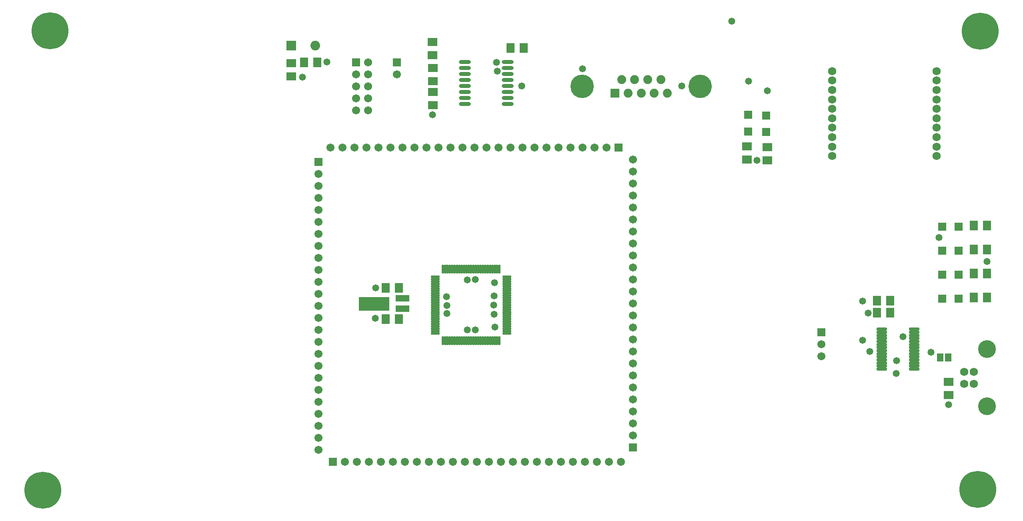
<source format=gts>
%FSLAX25Y25*%
%MOIN*%
G70*
G01*
G75*
G04 Layer_Color=8388736*
%ADD10R,0.06299X0.06299*%
%ADD11R,0.06299X0.07087*%
%ADD12R,0.07087X0.06299*%
%ADD13O,0.08268X0.01772*%
%ADD14R,0.04921X0.05709*%
%ADD15O,0.06890X0.01181*%
%ADD16O,0.01181X0.06890*%
%ADD17O,0.09055X0.02362*%
%ADD18R,0.06299X0.06299*%
%ADD19R,0.25000X0.11000*%
%ADD20R,0.11000X0.05000*%
%ADD21C,0.01000*%
%ADD22R,0.07284X0.07284*%
%ADD23C,0.07284*%
%ADD24R,0.05906X0.05906*%
%ADD25C,0.05906*%
%ADD26R,0.05906X0.05906*%
%ADD27C,0.18740*%
%ADD28R,0.06654X0.06654*%
%ADD29C,0.06654*%
%ADD30C,0.14000*%
%ADD31C,0.06000*%
%ADD32C,0.05000*%
%ADD33C,0.30000*%
%ADD34C,0.00984*%
%ADD35C,0.02362*%
%ADD36C,0.00787*%
%ADD37C,0.00500*%
%ADD38C,0.00591*%
%ADD39C,0.03000*%
%ADD40C,0.00800*%
%ADD41R,0.02165X0.05512*%
%ADD42R,0.05512X0.02165*%
%ADD43R,0.07099X0.07099*%
%ADD44R,0.07099X0.07887*%
%ADD45R,0.07887X0.07099*%
%ADD46O,0.09068X0.02572*%
%ADD47R,0.05721X0.06509*%
%ADD48O,0.07690X0.01981*%
%ADD49O,0.01981X0.07690*%
%ADD50O,0.09855X0.03162*%
%ADD51R,0.07099X0.07099*%
%ADD52R,0.25800X0.11800*%
%ADD53R,0.11800X0.05800*%
%ADD54R,0.08083X0.08083*%
%ADD55C,0.08083*%
%ADD56R,0.06706X0.06706*%
%ADD57C,0.06706*%
%ADD58R,0.06706X0.06706*%
%ADD59C,0.19540*%
%ADD60R,0.07453X0.07453*%
%ADD61C,0.07453*%
%ADD62C,0.14800*%
%ADD63C,0.06800*%
%ADD64C,0.05800*%
%ADD65C,0.30800*%
D43*
X1116220Y817150D02*
D03*
X1130000D02*
D03*
X1116220Y777150D02*
D03*
X1130000D02*
D03*
X1116220Y797150D02*
D03*
X1130000D02*
D03*
Y837150D02*
D03*
X1116220D02*
D03*
D44*
X1073012Y775500D02*
D03*
X1061988D02*
D03*
X1142488Y798000D02*
D03*
X1153512D02*
D03*
X663512Y786000D02*
D03*
X652488D02*
D03*
X663512Y760000D02*
D03*
X652488D02*
D03*
X1061988Y765500D02*
D03*
X1073012D02*
D03*
X767512Y986000D02*
D03*
X756488D02*
D03*
X584488Y974000D02*
D03*
X595512D02*
D03*
X1142488Y818000D02*
D03*
X1153512D02*
D03*
X1142488Y838000D02*
D03*
X1153512D02*
D03*
Y778000D02*
D03*
X1142488D02*
D03*
D45*
X953500Y904012D02*
D03*
Y892988D02*
D03*
X970500Y903512D02*
D03*
Y892488D02*
D03*
X1121700Y707912D02*
D03*
Y696888D02*
D03*
X691500Y991012D02*
D03*
Y979988D02*
D03*
X692000Y969512D02*
D03*
Y958488D02*
D03*
Y938488D02*
D03*
Y949512D02*
D03*
X574000Y962488D02*
D03*
Y973512D02*
D03*
D46*
X1065917Y751634D02*
D03*
Y749075D02*
D03*
Y746516D02*
D03*
Y743957D02*
D03*
Y741398D02*
D03*
Y738839D02*
D03*
Y736279D02*
D03*
Y733720D02*
D03*
Y731161D02*
D03*
Y728602D02*
D03*
Y726043D02*
D03*
Y723484D02*
D03*
Y720925D02*
D03*
Y718366D02*
D03*
X1093083Y751634D02*
D03*
Y749075D02*
D03*
Y746516D02*
D03*
Y743957D02*
D03*
Y741398D02*
D03*
Y738839D02*
D03*
Y736279D02*
D03*
Y733720D02*
D03*
Y731161D02*
D03*
Y728602D02*
D03*
Y726043D02*
D03*
Y723484D02*
D03*
Y720925D02*
D03*
Y718366D02*
D03*
D47*
X1121445Y728000D02*
D03*
X1114555D02*
D03*
D48*
X693977Y795422D02*
D03*
Y793454D02*
D03*
Y791485D02*
D03*
Y789516D02*
D03*
Y787548D02*
D03*
Y785579D02*
D03*
Y783611D02*
D03*
Y781642D02*
D03*
Y779674D02*
D03*
Y777705D02*
D03*
Y775737D02*
D03*
Y773769D02*
D03*
Y771800D02*
D03*
Y769832D02*
D03*
Y767863D02*
D03*
Y765895D02*
D03*
Y763926D02*
D03*
Y761958D02*
D03*
Y759989D02*
D03*
Y758020D02*
D03*
Y756052D02*
D03*
Y754083D02*
D03*
Y752115D02*
D03*
Y750146D02*
D03*
Y748178D02*
D03*
X753623D02*
D03*
Y750146D02*
D03*
Y752115D02*
D03*
Y754083D02*
D03*
Y756052D02*
D03*
Y758020D02*
D03*
Y759989D02*
D03*
Y761958D02*
D03*
Y763926D02*
D03*
Y765895D02*
D03*
Y767863D02*
D03*
Y769832D02*
D03*
Y771800D02*
D03*
Y773769D02*
D03*
Y775737D02*
D03*
Y777705D02*
D03*
Y779674D02*
D03*
Y781642D02*
D03*
Y783611D02*
D03*
Y785579D02*
D03*
Y787548D02*
D03*
Y789516D02*
D03*
Y791485D02*
D03*
Y793454D02*
D03*
Y795422D02*
D03*
D49*
X700178Y741977D02*
D03*
X702146D02*
D03*
X704115D02*
D03*
X706083D02*
D03*
X708052D02*
D03*
X710020D02*
D03*
X711989D02*
D03*
X713958D02*
D03*
X715926D02*
D03*
X717895D02*
D03*
X719863D02*
D03*
X721832D02*
D03*
X723800D02*
D03*
X725769D02*
D03*
X727737D02*
D03*
X729705D02*
D03*
X731674D02*
D03*
X733642D02*
D03*
X735611D02*
D03*
X737579D02*
D03*
X739548D02*
D03*
X741516D02*
D03*
X743485D02*
D03*
X745454D02*
D03*
X747422D02*
D03*
Y801623D02*
D03*
X745454D02*
D03*
X743485D02*
D03*
X741516D02*
D03*
X739548D02*
D03*
X737579D02*
D03*
X735611D02*
D03*
X733642D02*
D03*
X731674D02*
D03*
X729705D02*
D03*
X727737D02*
D03*
X725769D02*
D03*
X723800D02*
D03*
X721832D02*
D03*
X719863D02*
D03*
X717895D02*
D03*
X715926D02*
D03*
X713958D02*
D03*
X711989D02*
D03*
X710020D02*
D03*
X708052D02*
D03*
X706083D02*
D03*
X704115D02*
D03*
X702146D02*
D03*
X700178D02*
D03*
D50*
X718587Y974500D02*
D03*
Y969500D02*
D03*
Y964500D02*
D03*
Y959500D02*
D03*
Y954500D02*
D03*
Y949500D02*
D03*
Y944500D02*
D03*
Y939500D02*
D03*
X754413Y974500D02*
D03*
Y969500D02*
D03*
Y964500D02*
D03*
Y959500D02*
D03*
Y954500D02*
D03*
Y949500D02*
D03*
Y944500D02*
D03*
Y939500D02*
D03*
D51*
X954650Y916500D02*
D03*
Y930280D02*
D03*
X969650Y916000D02*
D03*
Y929780D02*
D03*
D52*
X643083Y772790D02*
D03*
D53*
X666800Y777306D02*
D03*
Y768900D02*
D03*
D54*
X574000Y988000D02*
D03*
D55*
X594000D02*
D03*
D56*
X1015500Y749000D02*
D03*
X596500Y891000D02*
D03*
X858500Y653000D02*
D03*
X628000Y974000D02*
D03*
X662000D02*
D03*
D57*
X1015500Y739000D02*
D03*
Y729000D02*
D03*
X618500Y641000D02*
D03*
X628500D02*
D03*
X638500D02*
D03*
X648500D02*
D03*
X658500D02*
D03*
X668500D02*
D03*
X678500D02*
D03*
X688500D02*
D03*
X698500D02*
D03*
X708500D02*
D03*
X718500D02*
D03*
X728500D02*
D03*
X738500D02*
D03*
X748500D02*
D03*
X758500D02*
D03*
X768500D02*
D03*
X778500D02*
D03*
X788500D02*
D03*
X798500D02*
D03*
X808500D02*
D03*
X818500D02*
D03*
X828500D02*
D03*
X838500D02*
D03*
X848500D02*
D03*
X596500Y881000D02*
D03*
Y871000D02*
D03*
Y861000D02*
D03*
Y851000D02*
D03*
Y841000D02*
D03*
Y831000D02*
D03*
Y821000D02*
D03*
Y811000D02*
D03*
Y801000D02*
D03*
Y791000D02*
D03*
Y781000D02*
D03*
Y771000D02*
D03*
Y761000D02*
D03*
Y751000D02*
D03*
Y741000D02*
D03*
Y731000D02*
D03*
Y721000D02*
D03*
Y711000D02*
D03*
Y701000D02*
D03*
Y691000D02*
D03*
Y681000D02*
D03*
Y671000D02*
D03*
Y661000D02*
D03*
Y651000D02*
D03*
X836500Y903000D02*
D03*
X826500D02*
D03*
X816500D02*
D03*
X806500D02*
D03*
X796500D02*
D03*
X786500D02*
D03*
X776500D02*
D03*
X766500D02*
D03*
X756500D02*
D03*
X746500D02*
D03*
X736500D02*
D03*
X726500D02*
D03*
X716500D02*
D03*
X706500D02*
D03*
X696500D02*
D03*
X686500D02*
D03*
X676500D02*
D03*
X666500D02*
D03*
X656500D02*
D03*
X646500D02*
D03*
X636500D02*
D03*
X626500D02*
D03*
X616500D02*
D03*
X606500D02*
D03*
X858500Y663000D02*
D03*
Y673000D02*
D03*
Y683000D02*
D03*
Y693000D02*
D03*
Y703000D02*
D03*
Y713000D02*
D03*
Y723000D02*
D03*
Y733000D02*
D03*
Y743000D02*
D03*
Y753000D02*
D03*
Y763000D02*
D03*
Y773000D02*
D03*
Y783000D02*
D03*
Y793000D02*
D03*
Y803000D02*
D03*
Y813000D02*
D03*
Y823000D02*
D03*
Y833000D02*
D03*
Y843000D02*
D03*
Y853000D02*
D03*
Y863000D02*
D03*
Y873000D02*
D03*
Y883000D02*
D03*
Y893000D02*
D03*
X638000Y934000D02*
D03*
X628000D02*
D03*
X638000Y944000D02*
D03*
X628000D02*
D03*
X638000Y954000D02*
D03*
X628000D02*
D03*
X638000Y964000D02*
D03*
X628000D02*
D03*
X638000Y974000D02*
D03*
X662000Y964000D02*
D03*
D58*
X608500Y641000D02*
D03*
X846500Y903000D02*
D03*
D59*
X914693Y954098D02*
D03*
X816307D02*
D03*
D60*
X843689Y948508D02*
D03*
D61*
X849142Y959689D02*
D03*
X854595Y948508D02*
D03*
X860047Y959689D02*
D03*
X865500Y948508D02*
D03*
X870953Y959689D02*
D03*
X876406Y948508D02*
D03*
X881858Y959689D02*
D03*
X887311Y948508D02*
D03*
D62*
X1153500Y735000D02*
D03*
Y687500D02*
D03*
D63*
X1142500Y706000D02*
D03*
Y716000D02*
D03*
X1134500Y706000D02*
D03*
Y716000D02*
D03*
X1024500Y896000D02*
D03*
Y903874D02*
D03*
Y911748D02*
D03*
Y919622D02*
D03*
Y927496D02*
D03*
Y935370D02*
D03*
Y943244D02*
D03*
Y951118D02*
D03*
Y958992D02*
D03*
Y966866D02*
D03*
X1111500Y896000D02*
D03*
Y903874D02*
D03*
Y911748D02*
D03*
Y919622D02*
D03*
Y927496D02*
D03*
Y935370D02*
D03*
Y943244D02*
D03*
Y951118D02*
D03*
Y958992D02*
D03*
Y966866D02*
D03*
D64*
X816600Y968800D02*
D03*
X962000Y892500D02*
D03*
X970500Y950500D02*
D03*
X955000Y958500D02*
D03*
X1054500Y765000D02*
D03*
X720500Y792900D02*
D03*
X742800Y771700D02*
D03*
X720500Y751200D02*
D03*
X703800Y764800D02*
D03*
Y771300D02*
D03*
X941000Y1008500D02*
D03*
X691500Y930500D02*
D03*
X1153500Y808000D02*
D03*
X1113500Y828000D02*
D03*
X1050000Y742500D02*
D03*
X1121700Y688800D02*
D03*
X644300Y786200D02*
D03*
X1083500Y745500D02*
D03*
X1056000Y733000D02*
D03*
X1107000Y732500D02*
D03*
X583400Y961700D02*
D03*
X743100Y779300D02*
D03*
X743500Y753400D02*
D03*
X743000Y764200D02*
D03*
X727300Y751100D02*
D03*
X745500Y966700D02*
D03*
X766000Y954500D02*
D03*
X1050000Y775000D02*
D03*
X703300Y778800D02*
D03*
X643900Y760800D02*
D03*
X727400Y793200D02*
D03*
X743400Y790500D02*
D03*
X1078200Y725400D02*
D03*
X603500Y974300D02*
D03*
X745100Y974000D02*
D03*
X899200Y954400D02*
D03*
X1078100Y714600D02*
D03*
D65*
X1148000Y1000000D02*
D03*
X1146000Y618000D02*
D03*
X367000Y617500D02*
D03*
X373000Y1000500D02*
D03*
M02*

</source>
